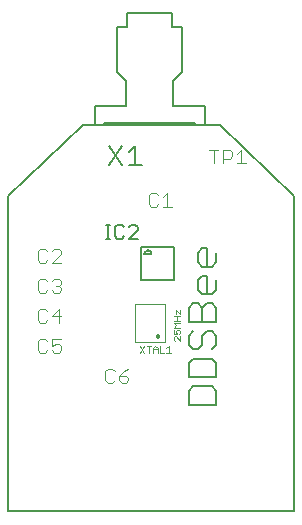
<source format=gto>
G75*
G70*
%OFA0B0*%
%FSLAX24Y24*%
%IPPOS*%
%LPD*%
%AMOC8*
5,1,8,0,0,1.08239X$1,22.5*
%
%ADD10C,0.0080*%
%ADD11C,0.0000*%
%ADD12C,0.0060*%
%ADD13C,0.0040*%
%ADD14C,0.0050*%
%ADD15C,0.0020*%
%ADD16C,0.0020*%
D10*
X000196Y001085D02*
X009724Y001085D01*
X009724Y011580D01*
X007234Y013971D01*
X002686Y013971D01*
X000196Y011580D01*
X000196Y001085D01*
X004609Y008797D02*
X004609Y009900D01*
X005711Y009900D01*
X005711Y008797D01*
X004609Y008797D01*
X004727Y009663D02*
X004963Y009663D01*
X004961Y009683D01*
X004956Y009703D01*
X004947Y009722D01*
X004935Y009739D01*
X004921Y009753D01*
X004904Y009765D01*
X004885Y009774D01*
X004865Y009779D01*
X004845Y009781D01*
X004825Y009779D01*
X004805Y009774D01*
X004786Y009765D01*
X004769Y009753D01*
X004755Y009739D01*
X004743Y009722D01*
X004734Y009703D01*
X004729Y009683D01*
X004727Y009663D01*
X006353Y008015D02*
X006199Y007861D01*
X006199Y007401D01*
X007120Y007401D01*
X007120Y007861D01*
X006967Y008015D01*
X006813Y008015D01*
X006660Y007861D01*
X006660Y007401D01*
X006813Y007094D02*
X006967Y007094D01*
X007120Y006940D01*
X007120Y006633D01*
X006967Y006480D01*
X006967Y006173D02*
X006353Y006173D01*
X006199Y006020D01*
X006199Y005559D01*
X007120Y005559D01*
X007120Y006020D01*
X006967Y006173D01*
X006660Y006633D02*
X006660Y006940D01*
X006813Y007094D01*
X006660Y006633D02*
X006506Y006480D01*
X006353Y006480D01*
X006199Y006633D01*
X006199Y006940D01*
X006353Y007094D01*
X006660Y007861D02*
X006506Y008015D01*
X006353Y008015D01*
X006660Y008322D02*
X006506Y008475D01*
X006506Y008782D01*
X006660Y008935D01*
X006813Y008935D01*
X006813Y008322D01*
X006660Y008322D02*
X006967Y008322D01*
X007120Y008475D01*
X007120Y008782D01*
X006967Y009242D02*
X006660Y009242D01*
X006506Y009396D01*
X006506Y009703D01*
X006660Y009856D01*
X006813Y009856D01*
X006813Y009242D01*
X006967Y009242D02*
X007120Y009396D01*
X007120Y009703D01*
X006741Y014013D02*
X006741Y014584D01*
X005697Y014584D01*
X005697Y015430D01*
X005993Y015725D01*
X005993Y017221D01*
X005658Y017221D01*
X005658Y017684D01*
X004162Y017684D01*
X004162Y017221D01*
X003827Y017221D01*
X003827Y015725D01*
X004123Y015430D01*
X004123Y014584D01*
X003079Y014584D01*
X003079Y014013D01*
X003394Y014013D02*
X006426Y014013D01*
X006353Y005252D02*
X006199Y005099D01*
X006199Y004638D01*
X007120Y004638D01*
X007120Y005099D01*
X006967Y005252D01*
X006353Y005252D01*
D11*
X007110Y013973D02*
X002710Y013973D01*
D12*
X003565Y013269D02*
X003992Y012628D01*
X004210Y012628D02*
X004637Y012628D01*
X004423Y012628D02*
X004423Y013269D01*
X004210Y013055D01*
X003992Y013269D02*
X003565Y012628D01*
D13*
X004880Y011627D02*
X004880Y011320D01*
X004957Y011243D01*
X005110Y011243D01*
X005187Y011320D01*
X005340Y011243D02*
X005647Y011243D01*
X005494Y011243D02*
X005494Y011704D01*
X005340Y011550D01*
X005187Y011627D02*
X005110Y011704D01*
X004957Y011704D01*
X004880Y011627D01*
X006885Y013144D02*
X007192Y013144D01*
X007345Y013144D02*
X007575Y013144D01*
X007652Y013067D01*
X007652Y012914D01*
X007575Y012837D01*
X007345Y012837D01*
X007345Y012683D02*
X007345Y013144D01*
X007038Y013144D02*
X007038Y012683D01*
X007805Y012683D02*
X008112Y012683D01*
X007959Y012683D02*
X007959Y013144D01*
X007805Y012990D01*
X004197Y005829D02*
X004044Y005752D01*
X003890Y005599D01*
X004121Y005599D01*
X004197Y005522D01*
X004197Y005445D01*
X004121Y005368D01*
X003967Y005368D01*
X003890Y005445D01*
X003890Y005599D01*
X003737Y005752D02*
X003660Y005829D01*
X003507Y005829D01*
X003430Y005752D01*
X003430Y005445D01*
X003507Y005368D01*
X003660Y005368D01*
X003737Y005445D01*
X001947Y006445D02*
X001871Y006368D01*
X001717Y006368D01*
X001640Y006445D01*
X001640Y006599D02*
X001794Y006675D01*
X001871Y006675D01*
X001947Y006599D01*
X001947Y006445D01*
X001947Y006829D02*
X001640Y006829D01*
X001640Y006599D01*
X001487Y006752D02*
X001410Y006829D01*
X001257Y006829D01*
X001180Y006752D01*
X001180Y006445D01*
X001257Y006368D01*
X001410Y006368D01*
X001487Y006445D01*
X001410Y007368D02*
X001257Y007368D01*
X001180Y007445D01*
X001180Y007752D01*
X001257Y007829D01*
X001410Y007829D01*
X001487Y007752D01*
X001640Y007599D02*
X001947Y007599D01*
X001871Y007829D02*
X001640Y007599D01*
X001487Y007445D02*
X001410Y007368D01*
X001871Y007368D02*
X001871Y007829D01*
X001871Y008368D02*
X001717Y008368D01*
X001640Y008445D01*
X001794Y008599D02*
X001871Y008599D01*
X001947Y008522D01*
X001947Y008445D01*
X001871Y008368D01*
X001871Y008599D02*
X001947Y008675D01*
X001947Y008752D01*
X001871Y008829D01*
X001717Y008829D01*
X001640Y008752D01*
X001487Y008752D02*
X001410Y008829D01*
X001257Y008829D01*
X001180Y008752D01*
X001180Y008445D01*
X001257Y008368D01*
X001410Y008368D01*
X001487Y008445D01*
X001410Y009368D02*
X001257Y009368D01*
X001180Y009445D01*
X001180Y009752D01*
X001257Y009829D01*
X001410Y009829D01*
X001487Y009752D01*
X001640Y009752D02*
X001717Y009829D01*
X001871Y009829D01*
X001947Y009752D01*
X001947Y009675D01*
X001640Y009368D01*
X001947Y009368D01*
X001487Y009445D02*
X001410Y009368D01*
D14*
X003435Y010173D02*
X003585Y010173D01*
X003510Y010173D02*
X003510Y010624D01*
X003435Y010624D02*
X003585Y010624D01*
X003742Y010549D02*
X003742Y010248D01*
X003817Y010173D01*
X003967Y010173D01*
X004042Y010248D01*
X004202Y010173D02*
X004503Y010474D01*
X004503Y010549D01*
X004428Y010624D01*
X004277Y010624D01*
X004202Y010549D01*
X004042Y010549D02*
X003967Y010624D01*
X003817Y010624D01*
X003742Y010549D01*
X004202Y010173D02*
X004503Y010173D01*
X005147Y006915D02*
X005149Y006927D01*
X005154Y006938D01*
X005163Y006947D01*
X005174Y006952D01*
X005186Y006954D01*
X005198Y006952D01*
X005209Y006947D01*
X005218Y006938D01*
X005223Y006927D01*
X005225Y006915D01*
X005223Y006903D01*
X005218Y006892D01*
X005209Y006883D01*
X005198Y006878D01*
X005186Y006876D01*
X005174Y006878D01*
X005163Y006883D01*
X005154Y006892D01*
X005149Y006903D01*
X005147Y006915D01*
D15*
X005402Y006719D02*
X004418Y006719D01*
X004418Y007978D01*
X005402Y007978D01*
X005402Y006719D01*
D16*
X005537Y006594D02*
X005537Y006374D01*
X005610Y006374D02*
X005463Y006374D01*
X005389Y006374D02*
X005242Y006374D01*
X005242Y006594D01*
X005168Y006521D02*
X005168Y006374D01*
X005168Y006484D02*
X005021Y006484D01*
X005021Y006521D02*
X005095Y006594D01*
X005168Y006521D01*
X005021Y006521D02*
X005021Y006374D01*
X004874Y006374D02*
X004874Y006594D01*
X004947Y006594D02*
X004800Y006594D01*
X004726Y006594D02*
X004579Y006374D01*
X004726Y006374D02*
X004579Y006594D01*
X005463Y006521D02*
X005537Y006594D01*
X005746Y006768D02*
X005709Y006805D01*
X005709Y006878D01*
X005746Y006915D01*
X005783Y006915D01*
X005930Y006768D01*
X005930Y006915D01*
X005893Y006989D02*
X005930Y007026D01*
X005930Y007099D01*
X005893Y007136D01*
X005819Y007136D01*
X005783Y007099D01*
X005783Y007062D01*
X005819Y006989D01*
X005709Y006989D01*
X005709Y007136D01*
X005709Y007210D02*
X005783Y007283D01*
X005709Y007357D01*
X005930Y007357D01*
X005930Y007431D02*
X005709Y007431D01*
X005819Y007431D02*
X005819Y007578D01*
X005783Y007652D02*
X005783Y007799D01*
X005930Y007652D01*
X005930Y007799D01*
X005930Y007578D02*
X005709Y007578D01*
X005709Y007210D02*
X005930Y007210D01*
M02*

</source>
